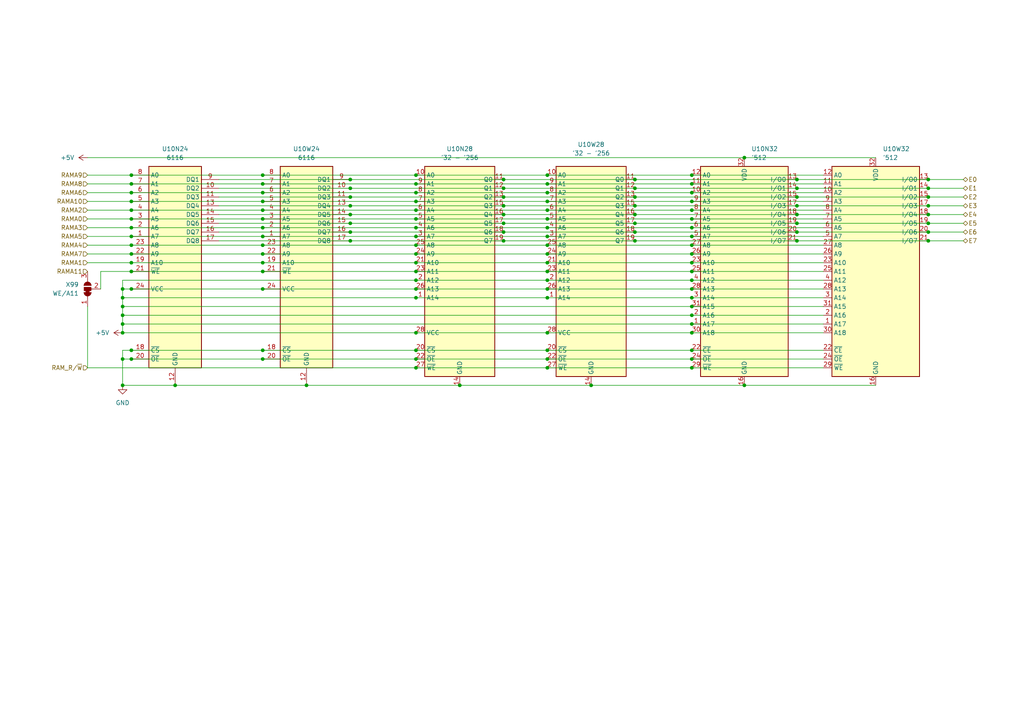
<source format=kicad_sch>
(kicad_sch (version 20211123) (generator eeschema)
  (paper "A4")
  (lib_symbols
    (symbol "6116_1"
      (property "Reference" "U10W24" (at 0 35.56 0))
      (property "Value" "6116_1" (at 0 33.02 0))
      (symbol "6116_1_0_1"
        (rectangle (start -7.62 30.48) (end 7.62 -27.94) (stroke (width 0.254)) (fill (type background)))
      )
      (symbol "6116_1_1_1"
        (pin input line (at -12.7 10.16 0) (length 5.08) (name "A7") (number "1"))
        (pin bidirectional line (at 12.7 24.13 180) (length 5.08) (name "DQ2") (number "10"))
        (pin bidirectional line (at 12.7 21.59 180) (length 5.08) (name "DQ3") (number "11"))
        (pin power_in line (at 0 -33.02 90) (length 5.08) (name "GND") (number "12"))
        (pin bidirectional line (at 12.7 19.05 180) (length 5.08) (name "DQ4") (number "13"))
        (pin bidirectional line (at 12.7 16.51 180) (length 5.08) (name "DQ5") (number "14"))
        (pin bidirectional line (at 12.7 13.97 180) (length 5.08) (name "DQ6") (number "15"))
        (pin bidirectional line (at 12.7 11.43 180) (length 5.08) (name "DQ7") (number "16"))
        (pin bidirectional line (at 12.7 8.89 180) (length 5.08) (name "DQ8") (number "17"))
        (pin input line (at -12.7 -22.86 0) (length 5.08) (name "~{CS}") (number "18"))
        (pin input line (at -12.7 2.54 0) (length 5.08) (name "A10") (number "19"))
        (pin input line (at -12.7 12.7 0) (length 5.08) (name "A6") (number "2"))
        (pin input line (at -12.7 -25.4 0) (length 5.08) (name "~{OE}") (number "20"))
        (pin input line (at -12.7 0 0) (length 5.08) (name "~{WE}") (number "21"))
        (pin input line (at -12.7 5.08 0) (length 5.08) (name "A9") (number "22"))
        (pin input line (at -12.7 7.62 0) (length 5.08) (name "A8") (number "23"))
        (pin power_in line (at -12.7 -5.08 0) (length 5.08) (name "VCC") (number "24"))
        (pin input line (at -12.7 15.24 0) (length 5.08) (name "A5") (number "3"))
        (pin input line (at -12.7 17.78 0) (length 5.08) (name "A4") (number "4"))
        (pin input line (at -12.7 20.32 0) (length 5.08) (name "A3") (number "5"))
        (pin input line (at -12.7 22.86 0) (length 5.08) (name "A2") (number "6"))
        (pin input line (at -12.7 25.4 0) (length 5.08) (name "A1") (number "7"))
        (pin input line (at -12.7 27.94 0) (length 5.08) (name "A0") (number "8"))
        (pin bidirectional line (at 12.7 26.67 180) (length 5.08) (name "DQ1") (number "9"))
      )
    )
    (symbol "IS61C5128AS-25TLI_1"
      (property "Reference" "U10W32" (at 2.0194 35.56 0))
      (property "Value" "'512" (at 2.0194 33.02 0))
      (symbol "IS61C5128AS-25TLI_1_0_1"
        (rectangle (start -12.7 30.48) (end 12.7 -30.48) (stroke (width 0.254)) (fill (type background)))
      )
      (symbol "IS61C5128AS-25TLI_1_1_1"
        (pin input line (at -15.24 -15.24 0) (length 2.54) (name "A17") (number "1"))
        (pin input line (at -15.24 22.86 0) (length 2.54) (name "A2") (number "10"))
        (pin input line (at -15.24 25.4 0) (length 2.54) (name "A1") (number "11"))
        (pin input line (at -15.24 27.94 0) (length 2.54) (name "A0") (number "12"))
        (pin bidirectional line (at 15.24 26.67 180) (length 2.54) (name "I/O0") (number "13"))
        (pin bidirectional line (at 15.24 24.13 180) (length 2.54) (name "I/O1") (number "14"))
        (pin bidirectional line (at 15.24 21.59 180) (length 2.54) (name "I/O2") (number "15"))
        (pin power_in line (at 0 -33.02 90) (length 2.54) (name "GND") (number "16"))
        (pin bidirectional line (at 15.24 19.05 180) (length 2.54) (name "I/O3") (number "17"))
        (pin bidirectional line (at 15.24 16.51 180) (length 2.54) (name "I/O4") (number "18"))
        (pin bidirectional line (at 15.24 13.97 180) (length 2.54) (name "I/O5") (number "19"))
        (pin input line (at -15.24 -12.7 0) (length 2.54) (name "A16") (number "2"))
        (pin bidirectional line (at 15.24 11.43 180) (length 2.54) (name "I/O6") (number "20"))
        (pin bidirectional line (at 15.24 8.89 180) (length 2.54) (name "I/O7") (number "21"))
        (pin input line (at -15.24 -22.86 0) (length 2.54) (name "~{CE}") (number "22"))
        (pin input line (at -15.24 2.54 0) (length 2.54) (name "A10") (number "23"))
        (pin input line (at -15.24 -25.4 0) (length 2.54) (name "~{OE}") (number "24"))
        (pin input line (at -15.24 0 0) (length 2.54) (name "A11") (number "25"))
        (pin input line (at -15.24 5.08 0) (length 2.54) (name "A9") (number "26"))
        (pin input line (at -15.24 7.62 0) (length 2.54) (name "A8") (number "27"))
        (pin input line (at -15.24 -5.08 0) (length 2.54) (name "A13") (number "28"))
        (pin input line (at -15.24 -27.94 0) (length 2.54) (name "~{WE}") (number "29"))
        (pin input line (at -15.24 -7.62 0) (length 2.54) (name "A14") (number "3"))
        (pin input line (at -15.24 -17.78 0) (length 2.54) (name "A18") (number "30"))
        (pin input line (at -15.24 -10.16 0) (length 2.54) (name "A15") (number "31"))
        (pin power_in line (at 0 33.02 270) (length 2.54) (name "VDD") (number "32"))
        (pin input line (at -15.24 -2.54 0) (length 2.54) (name "A12") (number "4"))
        (pin input line (at -15.24 10.16 0) (length 2.54) (name "A7") (number "5"))
        (pin input line (at -15.24 12.7 0) (length 2.54) (name "A6") (number "6"))
        (pin input line (at -15.24 15.24 0) (length 2.54) (name "A5") (number "7"))
        (pin input line (at -15.24 17.78 0) (length 2.54) (name "A4") (number "8"))
        (pin input line (at -15.24 20.32 0) (length 2.54) (name "A3") (number "9"))
      )
    )
    (symbol "Jumper:SolderJumper_3_Bridged12" (pin_names (offset 0) hide)
      (property "Reference" "JP" (at -2.54 -2.54 0))
      (property "Value" "SolderJumper_3_Bridged12" (at 0 2.794 0))
      (symbol "SolderJumper_3_Bridged12_0_1"
        (rectangle (start -1.016 0.508) (end -0.508 -0.508) (fill (type outline)))
        (arc (start -1.016 1.016) (mid -2.032 0) (end -1.016 -1.016))
        (arc (start -1.016 1.016) (mid -2.032 0) (end -1.016 -1.016) (fill (type outline)))
        (rectangle (start -0.508 1.016) (end 0.508 -1.016) (fill (type outline)))
        (polyline (pts (xy -2.54 0) (xy -2.032 0)))
        (polyline (pts (xy -1.016 1.016) (xy -1.016 -1.016)))
        (polyline (pts (xy 0 -1.27) (xy 0 -1.016)))
        (polyline (pts (xy 1.016 1.016) (xy 1.016 -1.016)))
        (polyline (pts (xy 2.54 0) (xy 2.032 0)))
        (arc (start 1.016 -1.016) (mid 2.032 0) (end 1.016 1.016))
        (arc (start 1.016 -1.016) (mid 2.032 0) (end 1.016 1.016) (fill (type outline)))
      )
      (symbol "SolderJumper_3_Bridged12_1_1"
        (pin passive line (at -5.08 0 0) (length 2.54) (name "A") (number "1"))
        (pin passive line (at 0 -3.81 90) (length 2.54) (name "C") (number "2"))
        (pin passive line (at 5.08 0 180) (length 2.54) (name "B") (number "3"))
      )
    )
    (symbol "KM62256CLP_1"
      (property "Reference" "U10W28" (at 2.0194 35.56 0))
      (property "Value" "KM62256CLP_1" (at 2.0194 33.02 0))
      (symbol "KM62256CLP_1_0_0"
        (pin power_in line (at 0 -33.02 90) (length 2.54) (name "GND") (number "14"))
        (pin power_in line (at -12.7 -17.78 0) (length 2.54) (name "VCC") (number "28"))
      )
      (symbol "KM62256CLP_1_0_1"
        (rectangle (start -10.16 30.48) (end 10.16 -30.48) (stroke (width 0.254)) (fill (type background)))
      )
      (symbol "KM62256CLP_1_1_1"
        (pin input line (at -12.7 -7.62 0) (length 2.54) (name "A14") (number "1"))
        (pin input line (at -12.7 27.94 0) (length 2.54) (name "A0") (number "10"))
        (pin tri_state line (at 12.7 26.67 180) (length 2.54) (name "Q0") (number "11"))
        (pin tri_state line (at 12.7 24.13 180) (length 2.54) (name "Q1") (number "12"))
        (pin tri_state line (at 12.7 21.59 180) (length 2.54) (name "Q2") (number "13"))
        (pin tri_state line (at 12.7 19.05 180) (length 2.54) (name "Q3") (number "15"))
        (pin tri_state line (at 12.7 16.51 180) (length 2.54) (name "Q4") (number "16"))
        (pin tri_state line (at 12.7 13.97 180) (length 2.54) (name "Q5") (number "17"))
        (pin tri_state line (at 12.7 11.43 180) (length 2.54) (name "Q6") (number "18"))
        (pin tri_state line (at 12.7 8.89 180) (length 2.54) (name "Q7") (number "19"))
        (pin input line (at -12.7 -2.54 0) (length 2.54) (name "A12") (number "2"))
        (pin input line (at -12.7 -22.86 0) (length 2.54) (name "~{CS}") (number "20"))
        (pin input line (at -12.7 2.54 0) (length 2.54) (name "A10") (number "21"))
        (pin input line (at -12.7 -25.4 0) (length 2.54) (name "~{OE}") (number "22"))
        (pin input line (at -12.7 0 0) (length 2.54) (name "A11") (number "23"))
        (pin input line (at -12.7 5.08 0) (length 2.54) (name "A9") (number "24"))
        (pin input line (at -12.7 7.62 0) (length 2.54) (name "A8") (number "25"))
        (pin input line (at -12.7 -5.08 0) (length 2.54) (name "A13") (number "26"))
        (pin input line (at -12.7 -27.94 0) (length 2.54) (name "~{WE}") (number "27"))
        (pin input line (at -12.7 10.16 0) (length 2.54) (name "A7") (number "3"))
        (pin input line (at -12.7 12.7 0) (length 2.54) (name "A6") (number "4"))
        (pin input line (at -12.7 15.24 0) (length 2.54) (name "A5") (number "5"))
        (pin input line (at -12.7 17.78 0) (length 2.54) (name "A4") (number "6"))
        (pin input line (at -12.7 20.32 0) (length 2.54) (name "A3") (number "7"))
        (pin input line (at -12.7 22.86 0) (length 2.54) (name "A2") (number "8"))
        (pin input line (at -12.7 25.4 0) (length 2.54) (name "A1") (number "9"))
      )
    )
    (symbol "power:+5V" (power) (pin_names (offset 0))
      (property "Value" "+5V" (at 0 3.556 0))
      (symbol "+5V_0_1"
        (polyline (pts (xy -0.762 1.27) (xy 0 2.54)))
        (polyline (pts (xy 0 0) (xy 0 2.54)))
        (polyline (pts (xy 0 2.54) (xy 0.762 1.27)))
      )
      (symbol "+5V_1_1"
        (pin power_in line (at 0 0 90) (length 0) hide (name "+5V") (number "1"))
      )
    )
    (symbol "power:GND" (power) (pin_names (offset 0))
      (property "Value" "GND" (at 0 -3.81 0))
      (symbol "GND_0_1"
        (polyline (pts (xy 0 0) (xy 0 -1.27) (xy 1.27 -1.27) (xy 0 -2.54) (xy -1.27 -1.27) (xy 0 -1.27)))
      )
      (symbol "GND_1_1"
        (pin power_in line (at 0 0 270) (length 0) hide (name "GND") (number "1"))
      )
    )
  )
  (junction (at 120.65 60.96))
  (junction (at 231.14 64.77))
  (junction (at 200.66 83.82))
  (junction (at 101.6 69.85))
  (junction (at 120.65 76.2))
  (junction (at 120.65 50.8))
  (junction (at 76.2 73.66))
  (junction (at 200.66 68.58))
  (junction (at 269.24 64.77))
  (junction (at 120.65 96.52))
  (junction (at 101.6 57.15))
  (junction (at 38.1 68.58))
  (junction (at 76.2 60.96))
  (junction (at 101.6 54.61))
  (junction (at 120.65 71.12))
  (junction (at 133.35 111.76))
  (junction (at 38.1 101.6))
  (junction (at 158.75 58.42))
  (junction (at 158.75 73.66))
  (junction (at 38.1 55.88))
  (junction (at 184.15 69.85))
  (junction (at 101.6 59.69))
  (junction (at 120.65 101.6))
  (junction (at 76.2 66.04))
  (junction (at 76.2 104.14))
  (junction (at 120.65 106.68))
  (junction (at 184.15 52.07))
  (junction (at 158.75 53.34))
  (junction (at 120.65 78.74))
  (junction (at 200.66 101.6))
  (junction (at 120.65 83.82))
  (junction (at 231.14 59.69))
  (junction (at 101.6 67.31))
  (junction (at 35.56 88.9))
  (junction (at 35.56 91.44))
  (junction (at 38.1 66.04))
  (junction (at 158.75 86.36))
  (junction (at 215.9 45.72))
  (junction (at 231.14 67.31))
  (junction (at 146.05 69.85))
  (junction (at 38.1 60.96))
  (junction (at 35.56 93.98))
  (junction (at 38.1 76.2))
  (junction (at 200.66 71.12))
  (junction (at 76.2 101.6))
  (junction (at 38.1 71.12))
  (junction (at 200.66 66.04))
  (junction (at 269.24 52.07))
  (junction (at 158.75 96.52))
  (junction (at 76.2 78.74))
  (junction (at 76.2 53.34))
  (junction (at 184.15 54.61))
  (junction (at 184.15 64.77))
  (junction (at 101.6 62.23))
  (junction (at 200.66 55.88))
  (junction (at 35.56 83.82))
  (junction (at 158.75 60.96))
  (junction (at 38.1 83.82))
  (junction (at 76.2 71.12))
  (junction (at 200.66 91.44))
  (junction (at 120.65 55.88))
  (junction (at 184.15 67.31))
  (junction (at 200.66 78.74))
  (junction (at 146.05 54.61))
  (junction (at 146.05 52.07))
  (junction (at 120.65 104.14))
  (junction (at 76.2 63.5))
  (junction (at 38.1 78.74))
  (junction (at 120.65 86.36))
  (junction (at 158.75 101.6))
  (junction (at 35.56 111.76))
  (junction (at 200.66 93.98))
  (junction (at 146.05 62.23))
  (junction (at 158.75 104.14))
  (junction (at 158.75 83.82))
  (junction (at 38.1 53.34))
  (junction (at 171.45 111.76))
  (junction (at 200.66 104.14))
  (junction (at 38.1 50.8))
  (junction (at 101.6 64.77))
  (junction (at 231.14 54.61))
  (junction (at 200.66 88.9))
  (junction (at 158.75 68.58))
  (junction (at 231.14 62.23))
  (junction (at 184.15 59.69))
  (junction (at 76.2 50.8))
  (junction (at 200.66 60.96))
  (junction (at 50.8 111.76))
  (junction (at 88.9 111.76))
  (junction (at 158.75 55.88))
  (junction (at 269.24 62.23))
  (junction (at 146.05 67.31))
  (junction (at 35.56 104.14))
  (junction (at 215.9 111.76))
  (junction (at 120.65 58.42))
  (junction (at 76.2 55.88))
  (junction (at 38.1 73.66))
  (junction (at 76.2 68.58))
  (junction (at 269.24 57.15))
  (junction (at 120.65 68.58))
  (junction (at 76.2 76.2))
  (junction (at 231.14 52.07))
  (junction (at 76.2 58.42))
  (junction (at 158.75 63.5))
  (junction (at 120.65 53.34))
  (junction (at 35.56 86.36))
  (junction (at 146.05 57.15))
  (junction (at 38.1 58.42))
  (junction (at 158.75 76.2))
  (junction (at 120.65 66.04))
  (junction (at 200.66 81.28))
  (junction (at 269.24 59.69))
  (junction (at 231.14 57.15))
  (junction (at 200.66 53.34))
  (junction (at 200.66 63.5))
  (junction (at 38.1 63.5))
  (junction (at 158.75 71.12))
  (junction (at 76.2 83.82))
  (junction (at 200.66 86.36))
  (junction (at 200.66 50.8))
  (junction (at 269.24 69.85))
  (junction (at 146.05 59.69))
  (junction (at 200.66 106.68))
  (junction (at 200.66 76.2))
  (junction (at 120.65 81.28))
  (junction (at 158.75 106.68))
  (junction (at 38.1 104.14))
  (junction (at 269.24 54.61))
  (junction (at 269.24 67.31))
  (junction (at 184.15 62.23))
  (junction (at 120.65 63.5))
  (junction (at 146.05 64.77))
  (junction (at 35.56 96.52))
  (junction (at 158.75 78.74))
  (junction (at 200.66 96.52))
  (junction (at 158.75 50.8))
  (junction (at 120.65 73.66))
  (junction (at 200.66 73.66))
  (junction (at 231.14 69.85))
  (junction (at 158.75 81.28))
  (junction (at 101.6 52.07))
  (junction (at 184.15 57.15))
  (junction (at 158.75 66.04))
  (junction (at 200.66 58.42))
  (wire (pts (xy 38.1 58.42) (xy 76.2 58.42)))
  (wire (pts (xy 38.1 50.8) (xy 76.2 50.8)))
  (wire (pts (xy 76.2 68.58) (xy 120.65 68.58)))
  (wire (pts (xy 120.65 106.68) (xy 158.75 106.68)))
  (wire (pts (xy 101.6 57.15) (xy 146.05 57.15)))
  (wire (pts (xy 200.66 60.96) (xy 238.76 60.96)))
  (wire (pts (xy 158.75 86.36) (xy 200.66 86.36)))
  (wire (pts (xy 200.66 71.12) (xy 238.76 71.12)))
  (wire (pts (xy 35.56 101.6) (xy 35.56 104.14)))
  (wire (pts (xy 25.4 53.34) (xy 38.1 53.34)))
  (wire (pts (xy 63.5 64.77) (xy 101.6 64.77)))
  (wire (pts (xy 200.66 68.58) (xy 238.76 68.58)))
  (wire (pts (xy 38.1 76.2) (xy 76.2 76.2)))
  (wire (pts (xy 76.2 66.04) (xy 120.65 66.04)))
  (wire (pts (xy 158.75 106.68) (xy 200.66 106.68)))
  (wire (pts (xy 120.65 96.52) (xy 35.56 96.52)))
  (wire (pts (xy 215.9 45.72) (xy 254 45.72)))
  (wire (pts (xy 279.4 57.15) (xy 269.24 57.15)))
  (wire (pts (xy 38.1 60.96) (xy 76.2 60.96)))
  (wire (pts (xy 158.75 78.74) (xy 200.66 78.74)))
  (wire (pts (xy 25.4 71.12) (xy 38.1 71.12)))
  (wire (pts (xy 146.05 52.07) (xy 184.15 52.07)))
  (wire (pts (xy 76.2 58.42) (xy 120.65 58.42)))
  (wire (pts (xy 254 111.76) (xy 215.9 111.76)))
  (wire (pts (xy 76.2 104.14) (xy 120.65 104.14)))
  (wire (pts (xy 279.4 69.85) (xy 269.24 69.85)))
  (wire (pts (xy 76.2 78.74) (xy 120.65 78.74)))
  (wire (pts (xy 120.65 76.2) (xy 158.75 76.2)))
  (wire (pts (xy 76.2 71.12) (xy 120.65 71.12)))
  (wire (pts (xy 120.65 73.66) (xy 158.75 73.66)))
  (wire (pts (xy 279.4 62.23) (xy 269.24 62.23)))
  (wire (pts (xy 120.65 66.04) (xy 158.75 66.04)))
  (wire (pts (xy 158.75 53.34) (xy 200.66 53.34)))
  (wire (pts (xy 146.05 57.15) (xy 184.15 57.15)))
  (wire (pts (xy 25.4 55.88) (xy 38.1 55.88)))
  (wire (pts (xy 35.56 88.9) (xy 35.56 86.36)))
  (wire (pts (xy 200.66 58.42) (xy 238.76 58.42)))
  (wire (pts (xy 120.65 50.8) (xy 158.75 50.8)))
  (wire (pts (xy 158.75 96.52) (xy 200.66 96.52)))
  (wire (pts (xy 158.75 83.82) (xy 200.66 83.82)))
  (wire (pts (xy 158.75 63.5) (xy 200.66 63.5)))
  (wire (pts (xy 184.15 54.61) (xy 231.14 54.61)))
  (wire (pts (xy 35.56 91.44) (xy 35.56 88.9)))
  (wire (pts (xy 158.75 76.2) (xy 200.66 76.2)))
  (wire (pts (xy 76.2 83.82) (xy 38.1 83.82)))
  (wire (pts (xy 158.75 58.42) (xy 200.66 58.42)))
  (wire (pts (xy 38.1 101.6) (xy 76.2 101.6)))
  (wire (pts (xy 231.14 67.31) (xy 269.24 67.31)))
  (wire (pts (xy 200.66 91.44) (xy 35.56 91.44)))
  (wire (pts (xy 158.75 104.14) (xy 200.66 104.14)))
  (wire (pts (xy 120.65 58.42) (xy 158.75 58.42)))
  (wire (pts (xy 76.2 76.2) (xy 120.65 76.2)))
  (wire (pts (xy 38.1 55.88) (xy 76.2 55.88)))
  (wire (pts (xy 184.15 62.23) (xy 231.14 62.23)))
  (wire (pts (xy 25.4 60.96) (xy 38.1 60.96)))
  (wire (pts (xy 231.14 52.07) (xy 269.24 52.07)))
  (wire (pts (xy 38.1 71.12) (xy 76.2 71.12)))
  (wire (pts (xy 171.45 111.76) (xy 215.9 111.76)))
  (wire (pts (xy 158.75 73.66) (xy 200.66 73.66)))
  (wire (pts (xy 269.24 54.61) (xy 279.4 54.61)))
  (wire (pts (xy 279.4 64.77) (xy 269.24 64.77)))
  (wire (pts (xy 200.66 86.36) (xy 238.76 86.36)))
  (wire (pts (xy 76.2 101.6) (xy 120.65 101.6)))
  (wire (pts (xy 146.05 64.77) (xy 184.15 64.77)))
  (wire (pts (xy 101.6 62.23) (xy 146.05 62.23)))
  (wire (pts (xy 63.5 62.23) (xy 101.6 62.23)))
  (wire (pts (xy 35.56 104.14) (xy 35.56 111.76)))
  (wire (pts (xy 25.4 45.72) (xy 215.9 45.72)))
  (wire (pts (xy 35.56 111.76) (xy 50.8 111.76)))
  (wire (pts (xy 184.15 59.69) (xy 231.14 59.69)))
  (wire (pts (xy 200.66 55.88) (xy 238.76 55.88)))
  (wire (pts (xy 63.5 52.07) (xy 101.6 52.07)))
  (wire (pts (xy 25.4 73.66) (xy 38.1 73.66)))
  (wire (pts (xy 120.65 71.12) (xy 158.75 71.12)))
  (wire (pts (xy 35.56 83.82) (xy 35.56 86.36)))
  (wire (pts (xy 38.1 68.58) (xy 76.2 68.58)))
  (wire (pts (xy 231.14 69.85) (xy 269.24 69.85)))
  (wire (pts (xy 35.56 86.36) (xy 120.65 86.36)))
  (wire (pts (xy 120.65 78.74) (xy 158.75 78.74)))
  (wire (pts (xy 120.65 83.82) (xy 76.2 83.82)))
  (wire (pts (xy 200.66 93.98) (xy 238.76 93.98)))
  (wire (pts (xy 133.35 111.76) (xy 171.45 111.76)))
  (wire (pts (xy 231.14 62.23) (xy 269.24 62.23)))
  (wire (pts (xy 158.75 55.88) (xy 200.66 55.88)))
  (wire (pts (xy 76.2 63.5) (xy 120.65 63.5)))
  (wire (pts (xy 200.66 88.9) (xy 35.56 88.9)))
  (wire (pts (xy 25.4 58.42) (xy 38.1 58.42)))
  (wire (pts (xy 25.4 66.04) (xy 38.1 66.04)))
  (wire (pts (xy 35.56 93.98) (xy 35.56 91.44)))
  (wire (pts (xy 158.75 68.58) (xy 200.66 68.58)))
  (wire (pts (xy 238.76 101.6) (xy 200.66 101.6)))
  (wire (pts (xy 101.6 67.31) (xy 146.05 67.31)))
  (wire (pts (xy 29.21 78.74) (xy 29.21 83.82)))
  (wire (pts (xy 200.66 53.34) (xy 238.76 53.34)))
  (wire (pts (xy 200.66 63.5) (xy 238.76 63.5)))
  (wire (pts (xy 76.2 73.66) (xy 120.65 73.66)))
  (wire (pts (xy 184.15 67.31) (xy 231.14 67.31)))
  (wire (pts (xy 63.5 54.61) (xy 101.6 54.61)))
  (wire (pts (xy 146.05 62.23) (xy 184.15 62.23)))
  (wire (pts (xy 120.65 104.14) (xy 158.75 104.14)))
  (wire (pts (xy 120.65 101.6) (xy 158.75 101.6)))
  (wire (pts (xy 25.4 68.58) (xy 38.1 68.58)))
  (wire (pts (xy 76.2 53.34) (xy 120.65 53.34)))
  (wire (pts (xy 120.65 81.28) (xy 35.56 81.28)))
  (wire (pts (xy 200.66 96.52) (xy 238.76 96.52)))
  (wire (pts (xy 63.5 69.85) (xy 101.6 69.85)))
  (wire (pts (xy 63.5 67.31) (xy 101.6 67.31)))
  (wire (pts (xy 184.15 69.85) (xy 231.14 69.85)))
  (wire (pts (xy 200.66 91.44) (xy 238.76 91.44)))
  (wire (pts (xy 200.66 88.9) (xy 238.76 88.9)))
  (wire (pts (xy 231.14 57.15) (xy 269.24 57.15)))
  (wire (pts (xy 35.56 96.52) (xy 35.56 93.98)))
  (wire (pts (xy 50.8 111.76) (xy 88.9 111.76)))
  (wire (pts (xy 120.65 55.88) (xy 158.75 55.88)))
  (wire (pts (xy 35.56 81.28) (xy 35.56 83.82)))
  (wire (pts (xy 279.4 59.69) (xy 269.24 59.69)))
  (wire (pts (xy 279.4 67.31) (xy 269.24 67.31)))
  (wire (pts (xy 101.6 52.07) (xy 146.05 52.07)))
  (wire (pts (xy 158.75 66.04) (xy 200.66 66.04)))
  (wire (pts (xy 231.14 64.77) (xy 269.24 64.77)))
  (wire (pts (xy 88.9 111.76) (xy 133.35 111.76)))
  (wire (pts (xy 76.2 50.8) (xy 120.65 50.8)))
  (wire (pts (xy 231.14 59.69) (xy 269.24 59.69)))
  (wire (pts (xy 38.1 104.14) (xy 76.2 104.14)))
  (wire (pts (xy 120.65 81.28) (xy 158.75 81.28)))
  (wire (pts (xy 25.4 76.2) (xy 38.1 76.2)))
  (wire (pts (xy 184.15 64.77) (xy 231.14 64.77)))
  (wire (pts (xy 146.05 69.85) (xy 184.15 69.85)))
  (wire (pts (xy 25.4 50.8) (xy 38.1 50.8)))
  (wire (pts (xy 38.1 83.82) (xy 35.56 83.82)))
  (wire (pts (xy 231.14 54.61) (xy 269.24 54.61)))
  (wire (pts (xy 200.66 93.98) (xy 35.56 93.98)))
  (wire (pts (xy 146.05 67.31) (xy 184.15 67.31)))
  (wire (pts (xy 158.75 101.6) (xy 200.66 101.6)))
  (wire (pts (xy 25.4 106.68) (xy 25.4 88.9)))
  (wire (pts (xy 200.66 83.82) (xy 238.76 83.82)))
  (wire (pts (xy 158.75 50.8) (xy 200.66 50.8)))
  (wire (pts (xy 38.1 73.66) (xy 76.2 73.66)))
  (wire (pts (xy 120.65 96.52) (xy 158.75 96.52)))
  (wire (pts (xy 120.65 86.36) (xy 158.75 86.36)))
  (wire (pts (xy 200.66 78.74) (xy 238.76 78.74)))
  (wire (pts (xy 101.6 69.85) (xy 146.05 69.85)))
  (wire (pts (xy 120.65 60.96) (xy 158.75 60.96)))
  (wire (pts (xy 38.1 66.04) (xy 76.2 66.04)))
  (wire (pts (xy 120.65 83.82) (xy 158.75 83.82)))
  (wire (pts (xy 200.66 81.28) (xy 238.76 81.28)))
  (wire (pts (xy 158.75 81.28) (xy 200.66 81.28)))
  (wire (pts (xy 184.15 52.07) (xy 231.14 52.07)))
  (wire (pts (xy 279.4 52.07) (xy 269.24 52.07)))
  (wire (pts (xy 120.65 53.34) (xy 158.75 53.34)))
  (wire (pts (xy 158.75 71.12) (xy 200.66 71.12)))
  (wire (pts (xy 38.1 78.74) (xy 76.2 78.74)))
  (wire (pts (xy 101.6 54.61) (xy 146.05 54.61)))
  (wire (pts (xy 200.66 76.2) (xy 238.76 76.2)))
  (wire (pts (xy 184.15 57.15) (xy 231.14 57.15)))
  (wire (pts (xy 200.66 66.04) (xy 238.76 66.04)))
  (wire (pts (xy 200.66 106.68) (xy 238.76 106.68)))
  (wire (pts (xy 76.2 55.88) (xy 120.65 55.88)))
  (wire (pts (xy 35.56 101.6) (xy 38.1 101.6)))
  (wire (pts (xy 63.5 57.15) (xy 101.6 57.15)))
  (wire (pts (xy 35.56 104.14) (xy 38.1 104.14)))
  (wire (pts (xy 38.1 63.5) (xy 76.2 63.5)))
  (wire (pts (xy 25.4 106.68) (xy 120.65 106.68)))
  (wire (pts (xy 146.05 54.61) (xy 184.15 54.61)))
  (wire (pts (xy 120.65 68.58) (xy 158.75 68.58)))
  (wire (pts (xy 146.05 59.69) (xy 184.15 59.69)))
  (wire (pts (xy 158.75 60.96) (xy 200.66 60.96)))
  (wire (pts (xy 25.4 63.5) (xy 38.1 63.5)))
  (wire (pts (xy 101.6 59.69) (xy 146.05 59.69)))
  (wire (pts (xy 29.21 78.74) (xy 38.1 78.74)))
  (wire (pts (xy 238.76 104.14) (xy 200.66 104.14)))
  (wire (pts (xy 120.65 63.5) (xy 158.75 63.5)))
  (wire (pts (xy 101.6 64.77) (xy 146.05 64.77)))
  (wire (pts (xy 76.2 60.96) (xy 120.65 60.96)))
  (wire (pts (xy 38.1 53.34) (xy 76.2 53.34)))
  (wire (pts (xy 200.66 73.66) (xy 238.76 73.66)))
  (wire (pts (xy 200.66 50.8) (xy 238.76 50.8)))
  (wire (pts (xy 63.5 59.69) (xy 101.6 59.69)))
  (hierarchical_label "RAMA1" (shape input) (at 25.4 76.2 180))
  (hierarchical_label "RAMA7" (shape input) (at 25.4 73.66 180))
  (hierarchical_label "RAMA4" (shape input) (at 25.4 71.12 180))
  (hierarchical_label "E2" (shape bidirectional) (at 279.4 57.15 0))
  (hierarchical_label "E6" (shape bidirectional) (at 279.4 67.31 0))
  (hierarchical_label "RAMA6" (shape input) (at 25.4 55.88 180))
  (hierarchical_label "RAMA10" (shape input) (at 25.4 58.42 180))
  (hierarchical_label "RAMA2" (shape input) (at 25.4 60.96 180))
  (hierarchical_label "E7" (shape bidirectional) (at 279.4 69.85 0))
  (hierarchical_label "RAMA11" (shape input) (at 25.4 78.74 180))
  (hierarchical_label "RAMA0" (shape input) (at 25.4 63.5 180))
  (hierarchical_label "RAMA5" (shape input) (at 25.4 68.58 180))
  (hierarchical_label "E3" (shape bidirectional) (at 279.4 59.69 0))
  (hierarchical_label "RAMA8" (shape input) (at 25.4 53.34 180))
  (hierarchical_label "RAMA3" (shape input) (at 25.4 66.04 180))
  (hierarchical_label "E5" (shape bidirectional) (at 279.4 64.77 0))
  (hierarchical_label "E4" (shape bidirectional) (at 279.4 62.23 0))
  (hierarchical_label "E0" (shape bidirectional) (at 279.4 52.07 0))
  (hierarchical_label "RAM_R{slash}~{W}" (shape input) (at 25.4 106.68 180))
  (hierarchical_label "E1" (shape bidirectional) (at 279.4 54.61 0))
  (hierarchical_label "RAMA9" (shape input) (at 25.4 50.8 180))
  (symbol (lib_name "KM62256CLP_1") (lib_id "Memory_RAM:KM62256CLP") (at 133.35 78.74 0) (unit 1)
    (property "Reference" "U10N28" (at 133.35 43.18 0))
    (property "Value" "'32 - '256" (at 133.35 45.72 0))
    (property "Footprint" "Package_DIP:DIP-28_W7.62mm" (effects hide))
    (property "Datasheet" "https://www.futurlec.com/Datasheet/Memory/62256.pdf" (effects hide))
  )
  (symbol (lib_name "6116_1") (lib_id "MyRam:6116") (at 50.8 78.74 0) (unit 1)
    (property "Reference" "U10N24" (at 50.8 43.18 0))
    (property "Value" "6116" (at 50.8 45.72 0))
    (property "Footprint" "MyPackages:DIP-24_W7.62mm" (effects hide))
  )
  (symbol (lib_id "power:+5V") (at 35.56 96.52 90) (unit 1)
    (property "Reference" "#PWR0106" (effects hide))
    (property "Value" "+5V" (at 31.75 96.5199 90) (effects (justify left)))
  )
  (symbol (lib_name "IS61C5128AS-25TLI_1") (lib_id "Memory_RAM:IS61C5128AS-25TLI") (at 254 78.74 0) (unit 1)
    (property "Reference" "U10W32" (at 256.0194 43.18 0) (effects (justify left)))
    (property "Value" "'512" (at 256.0194 45.72 0) (effects (justify left)))
    (property "Footprint" "Package_DIP:DIP-32_W15.24mm" (effects hide))
    (property "Datasheet" "http://www.issi.com/WW/pdf/61-64C5128AL.pdf" (effects hide))
  )
  (symbol (lib_id "Jumper:SolderJumper_3_Bridged12") (at 25.4 83.82 90) (unit 1)
    (property "Reference" "X99" (at 22.86 82.5499 90) (effects (justify left)))
    (property "Value" "WE/A11" (at 22.86 85.0899 90) (effects (justify left)))
    (property "Footprint" "Jumper:SolderJumper-3_P1.3mm_Bridged12_RoundedPad1.0x1.5mm_NumberLabels" (effects hide))
  )
  (symbol (lib_name "KM62256CLP_1") (lib_id "Memory_RAM:KM62256CLP") (at 171.45 78.74 0) (unit 1)
    (property "Reference" "U10W28" (at 171.45 41.91 0))
    (property "Value" "'32 - '256" (at 171.45 44.45 0))
    (property "Footprint" "Package_DIP:DIP-28_W15.24mm" (effects hide))
    (property "Datasheet" "https://www.futurlec.com/Datasheet/Memory/62256.pdf" (effects hide))
  )
  (symbol (lib_name "6116_1") (lib_id "MyRam:6116") (at 88.9 78.74 0) (unit 1)
    (property "Reference" "U10W24" (at 88.9 43.18 0))
    (property "Value" "6116" (at 88.9 45.72 0))
    (property "Footprint" "MyPackages:DIP-24_W15.24mm" (effects hide))
  )
  (symbol (lib_id "power:GND") (at 35.56 111.76 0) (unit 1)
    (property "Reference" "#PWR0135" (effects hide))
    (property "Value" "GND" (at 35.56 116.84 0))
  )
  (symbol (lib_name "IS61C5128AS-25TLI_1") (lib_id "Memory_RAM:IS61C5128AS-25TLI") (at 215.9 78.74 0) (unit 1)
    (property "Reference" "U10N32" (at 217.9194 43.18 0) (effects (justify left)))
    (property "Value" "'512" (at 217.9194 45.72 0) (effects (justify left)))
    (property "Footprint" "Package_DIP:DIP-32_W7.62mm" (effects hide))
    (property "Datasheet" "http://www.issi.com/WW/pdf/61-64C5128AL.pdf" (effects hide))
  )
  (symbol (lib_id "power:+5V") (at 25.4 45.72 90) (unit 1)
    (property "Reference" "#PWR0136" (effects hide))
    (property "Value" "+5V" (at 21.59 45.7199 90) (effects (justify left)))
  )
)
</source>
